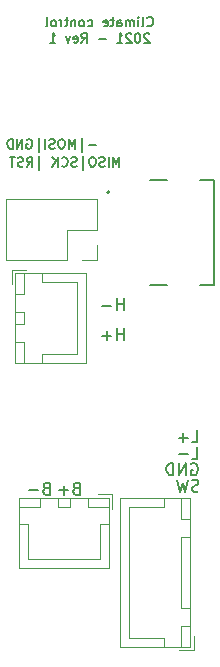
<source format=gbr>
%TF.GenerationSoftware,KiCad,Pcbnew,5.1.9-73d0e3b20d~88~ubuntu18.04.1*%
%TF.CreationDate,2021-02-25T17:56:51+01:00*%
%TF.ProjectId,climate_control,636c696d-6174-4655-9f63-6f6e74726f6c,rev?*%
%TF.SameCoordinates,Original*%
%TF.FileFunction,Legend,Bot*%
%TF.FilePolarity,Positive*%
%FSLAX46Y46*%
G04 Gerber Fmt 4.6, Leading zero omitted, Abs format (unit mm)*
G04 Created by KiCad (PCBNEW 5.1.9-73d0e3b20d~88~ubuntu18.04.1) date 2021-02-25 17:56:51*
%MOMM*%
%LPD*%
G01*
G04 APERTURE LIST*
%ADD10C,0.160000*%
%ADD11C,0.200000*%
%ADD12C,0.120000*%
%ADD13C,0.127000*%
G04 APERTURE END LIST*
D10*
X112750095Y-102856714D02*
X112788190Y-102894809D01*
X112902476Y-102932904D01*
X112978666Y-102932904D01*
X113092952Y-102894809D01*
X113169142Y-102818619D01*
X113207238Y-102742428D01*
X113245333Y-102590047D01*
X113245333Y-102475761D01*
X113207238Y-102323380D01*
X113169142Y-102247190D01*
X113092952Y-102171000D01*
X112978666Y-102132904D01*
X112902476Y-102132904D01*
X112788190Y-102171000D01*
X112750095Y-102209095D01*
X112292952Y-102932904D02*
X112369142Y-102894809D01*
X112407238Y-102818619D01*
X112407238Y-102132904D01*
X111988190Y-102932904D02*
X111988190Y-102399571D01*
X111988190Y-102132904D02*
X112026285Y-102171000D01*
X111988190Y-102209095D01*
X111950095Y-102171000D01*
X111988190Y-102132904D01*
X111988190Y-102209095D01*
X111607238Y-102932904D02*
X111607238Y-102399571D01*
X111607238Y-102475761D02*
X111569142Y-102437666D01*
X111492952Y-102399571D01*
X111378666Y-102399571D01*
X111302476Y-102437666D01*
X111264380Y-102513857D01*
X111264380Y-102932904D01*
X111264380Y-102513857D02*
X111226285Y-102437666D01*
X111150095Y-102399571D01*
X111035809Y-102399571D01*
X110959619Y-102437666D01*
X110921523Y-102513857D01*
X110921523Y-102932904D01*
X110197714Y-102932904D02*
X110197714Y-102513857D01*
X110235809Y-102437666D01*
X110312000Y-102399571D01*
X110464380Y-102399571D01*
X110540571Y-102437666D01*
X110197714Y-102894809D02*
X110273904Y-102932904D01*
X110464380Y-102932904D01*
X110540571Y-102894809D01*
X110578666Y-102818619D01*
X110578666Y-102742428D01*
X110540571Y-102666238D01*
X110464380Y-102628142D01*
X110273904Y-102628142D01*
X110197714Y-102590047D01*
X109931047Y-102399571D02*
X109626285Y-102399571D01*
X109816761Y-102132904D02*
X109816761Y-102818619D01*
X109778666Y-102894809D01*
X109702476Y-102932904D01*
X109626285Y-102932904D01*
X109054857Y-102894809D02*
X109131047Y-102932904D01*
X109283428Y-102932904D01*
X109359619Y-102894809D01*
X109397714Y-102818619D01*
X109397714Y-102513857D01*
X109359619Y-102437666D01*
X109283428Y-102399571D01*
X109131047Y-102399571D01*
X109054857Y-102437666D01*
X109016761Y-102513857D01*
X109016761Y-102590047D01*
X109397714Y-102666238D01*
X107721523Y-102894809D02*
X107797714Y-102932904D01*
X107950095Y-102932904D01*
X108026285Y-102894809D01*
X108064380Y-102856714D01*
X108102476Y-102780523D01*
X108102476Y-102551952D01*
X108064380Y-102475761D01*
X108026285Y-102437666D01*
X107950095Y-102399571D01*
X107797714Y-102399571D01*
X107721523Y-102437666D01*
X107264380Y-102932904D02*
X107340571Y-102894809D01*
X107378666Y-102856714D01*
X107416761Y-102780523D01*
X107416761Y-102551952D01*
X107378666Y-102475761D01*
X107340571Y-102437666D01*
X107264380Y-102399571D01*
X107150095Y-102399571D01*
X107073904Y-102437666D01*
X107035809Y-102475761D01*
X106997714Y-102551952D01*
X106997714Y-102780523D01*
X107035809Y-102856714D01*
X107073904Y-102894809D01*
X107150095Y-102932904D01*
X107264380Y-102932904D01*
X106654857Y-102399571D02*
X106654857Y-102932904D01*
X106654857Y-102475761D02*
X106616761Y-102437666D01*
X106540571Y-102399571D01*
X106426285Y-102399571D01*
X106350095Y-102437666D01*
X106312000Y-102513857D01*
X106312000Y-102932904D01*
X106045333Y-102399571D02*
X105740571Y-102399571D01*
X105931047Y-102132904D02*
X105931047Y-102818619D01*
X105892952Y-102894809D01*
X105816761Y-102932904D01*
X105740571Y-102932904D01*
X105473904Y-102932904D02*
X105473904Y-102399571D01*
X105473904Y-102551952D02*
X105435809Y-102475761D01*
X105397714Y-102437666D01*
X105321523Y-102399571D01*
X105245333Y-102399571D01*
X104864380Y-102932904D02*
X104940571Y-102894809D01*
X104978666Y-102856714D01*
X105016761Y-102780523D01*
X105016761Y-102551952D01*
X104978666Y-102475761D01*
X104940571Y-102437666D01*
X104864380Y-102399571D01*
X104750095Y-102399571D01*
X104673904Y-102437666D01*
X104635809Y-102475761D01*
X104597714Y-102551952D01*
X104597714Y-102780523D01*
X104635809Y-102856714D01*
X104673904Y-102894809D01*
X104750095Y-102932904D01*
X104864380Y-102932904D01*
X104140571Y-102932904D02*
X104216761Y-102894809D01*
X104254857Y-102818619D01*
X104254857Y-102132904D01*
X112921523Y-103569095D02*
X112883428Y-103531000D01*
X112807238Y-103492904D01*
X112616761Y-103492904D01*
X112540571Y-103531000D01*
X112502476Y-103569095D01*
X112464380Y-103645285D01*
X112464380Y-103721476D01*
X112502476Y-103835761D01*
X112959619Y-104292904D01*
X112464380Y-104292904D01*
X111969142Y-103492904D02*
X111892952Y-103492904D01*
X111816761Y-103531000D01*
X111778666Y-103569095D01*
X111740571Y-103645285D01*
X111702476Y-103797666D01*
X111702476Y-103988142D01*
X111740571Y-104140523D01*
X111778666Y-104216714D01*
X111816761Y-104254809D01*
X111892952Y-104292904D01*
X111969142Y-104292904D01*
X112045333Y-104254809D01*
X112083428Y-104216714D01*
X112121523Y-104140523D01*
X112159619Y-103988142D01*
X112159619Y-103797666D01*
X112121523Y-103645285D01*
X112083428Y-103569095D01*
X112045333Y-103531000D01*
X111969142Y-103492904D01*
X111397714Y-103569095D02*
X111359619Y-103531000D01*
X111283428Y-103492904D01*
X111092952Y-103492904D01*
X111016761Y-103531000D01*
X110978666Y-103569095D01*
X110940571Y-103645285D01*
X110940571Y-103721476D01*
X110978666Y-103835761D01*
X111435809Y-104292904D01*
X110940571Y-104292904D01*
X110178666Y-104292904D02*
X110635809Y-104292904D01*
X110407238Y-104292904D02*
X110407238Y-103492904D01*
X110483428Y-103607190D01*
X110559619Y-103683380D01*
X110635809Y-103721476D01*
X109226285Y-103988142D02*
X108616761Y-103988142D01*
X107169142Y-104292904D02*
X107435809Y-103911952D01*
X107626285Y-104292904D02*
X107626285Y-103492904D01*
X107321523Y-103492904D01*
X107245333Y-103531000D01*
X107207238Y-103569095D01*
X107169142Y-103645285D01*
X107169142Y-103759571D01*
X107207238Y-103835761D01*
X107245333Y-103873857D01*
X107321523Y-103911952D01*
X107626285Y-103911952D01*
X106521523Y-104254809D02*
X106597714Y-104292904D01*
X106750095Y-104292904D01*
X106826285Y-104254809D01*
X106864380Y-104178619D01*
X106864380Y-103873857D01*
X106826285Y-103797666D01*
X106750095Y-103759571D01*
X106597714Y-103759571D01*
X106521523Y-103797666D01*
X106483428Y-103873857D01*
X106483428Y-103950047D01*
X106864380Y-104026238D01*
X106216761Y-103759571D02*
X106026285Y-104292904D01*
X105835809Y-103759571D01*
X104502476Y-104292904D02*
X104959619Y-104292904D01*
X104731047Y-104292904D02*
X104731047Y-103492904D01*
X104807238Y-103607190D01*
X104883428Y-103683380D01*
X104959619Y-103721476D01*
X110381476Y-114788904D02*
X110381476Y-113988904D01*
X110114809Y-114560333D01*
X109848142Y-113988904D01*
X109848142Y-114788904D01*
X109467190Y-114788904D02*
X109467190Y-113988904D01*
X109124333Y-114750809D02*
X109010047Y-114788904D01*
X108819571Y-114788904D01*
X108743380Y-114750809D01*
X108705285Y-114712714D01*
X108667190Y-114636523D01*
X108667190Y-114560333D01*
X108705285Y-114484142D01*
X108743380Y-114446047D01*
X108819571Y-114407952D01*
X108971952Y-114369857D01*
X109048142Y-114331761D01*
X109086238Y-114293666D01*
X109124333Y-114217476D01*
X109124333Y-114141285D01*
X109086238Y-114065095D01*
X109048142Y-114027000D01*
X108971952Y-113988904D01*
X108781476Y-113988904D01*
X108667190Y-114027000D01*
X108171952Y-113988904D02*
X108019571Y-113988904D01*
X107943380Y-114027000D01*
X107867190Y-114103190D01*
X107829095Y-114255571D01*
X107829095Y-114522238D01*
X107867190Y-114674619D01*
X107943380Y-114750809D01*
X108019571Y-114788904D01*
X108171952Y-114788904D01*
X108248142Y-114750809D01*
X108324333Y-114674619D01*
X108362428Y-114522238D01*
X108362428Y-114255571D01*
X108324333Y-114103190D01*
X108248142Y-114027000D01*
X108171952Y-113988904D01*
X107295761Y-115055571D02*
X107295761Y-113912714D01*
X106762428Y-114750809D02*
X106648142Y-114788904D01*
X106457666Y-114788904D01*
X106381476Y-114750809D01*
X106343380Y-114712714D01*
X106305285Y-114636523D01*
X106305285Y-114560333D01*
X106343380Y-114484142D01*
X106381476Y-114446047D01*
X106457666Y-114407952D01*
X106610047Y-114369857D01*
X106686238Y-114331761D01*
X106724333Y-114293666D01*
X106762428Y-114217476D01*
X106762428Y-114141285D01*
X106724333Y-114065095D01*
X106686238Y-114027000D01*
X106610047Y-113988904D01*
X106419571Y-113988904D01*
X106305285Y-114027000D01*
X105505285Y-114712714D02*
X105543380Y-114750809D01*
X105657666Y-114788904D01*
X105733857Y-114788904D01*
X105848142Y-114750809D01*
X105924333Y-114674619D01*
X105962428Y-114598428D01*
X106000523Y-114446047D01*
X106000523Y-114331761D01*
X105962428Y-114179380D01*
X105924333Y-114103190D01*
X105848142Y-114027000D01*
X105733857Y-113988904D01*
X105657666Y-113988904D01*
X105543380Y-114027000D01*
X105505285Y-114065095D01*
X105162428Y-114788904D02*
X105162428Y-113988904D01*
X104705285Y-114788904D02*
X105048142Y-114331761D01*
X104705285Y-113988904D02*
X105162428Y-114446047D01*
X103562428Y-115055571D02*
X103562428Y-113912714D01*
X102533857Y-114788904D02*
X102800523Y-114407952D01*
X102990999Y-114788904D02*
X102990999Y-113988904D01*
X102686238Y-113988904D01*
X102610047Y-114027000D01*
X102571952Y-114065095D01*
X102533857Y-114141285D01*
X102533857Y-114255571D01*
X102571952Y-114331761D01*
X102610047Y-114369857D01*
X102686238Y-114407952D01*
X102990999Y-114407952D01*
X102229095Y-114750809D02*
X102114809Y-114788904D01*
X101924333Y-114788904D01*
X101848142Y-114750809D01*
X101810047Y-114712714D01*
X101771952Y-114636523D01*
X101771952Y-114560333D01*
X101810047Y-114484142D01*
X101848142Y-114446047D01*
X101924333Y-114407952D01*
X102076714Y-114369857D01*
X102152904Y-114331761D01*
X102190999Y-114293666D01*
X102229095Y-114217476D01*
X102229095Y-114141285D01*
X102190999Y-114065095D01*
X102152904Y-114027000D01*
X102076714Y-113988904D01*
X101886238Y-113988904D01*
X101771952Y-114027000D01*
X101543380Y-113988904D02*
X101086238Y-113988904D01*
X101314809Y-114788904D02*
X101314809Y-113988904D01*
X108381523Y-112960142D02*
X107772000Y-112960142D01*
X107200571Y-113531571D02*
X107200571Y-112388714D01*
X106629142Y-113264904D02*
X106629142Y-112464904D01*
X106362476Y-113036333D01*
X106095809Y-112464904D01*
X106095809Y-113264904D01*
X105562476Y-112464904D02*
X105410095Y-112464904D01*
X105333904Y-112503000D01*
X105257714Y-112579190D01*
X105219619Y-112731571D01*
X105219619Y-112998238D01*
X105257714Y-113150619D01*
X105333904Y-113226809D01*
X105410095Y-113264904D01*
X105562476Y-113264904D01*
X105638666Y-113226809D01*
X105714857Y-113150619D01*
X105752952Y-112998238D01*
X105752952Y-112731571D01*
X105714857Y-112579190D01*
X105638666Y-112503000D01*
X105562476Y-112464904D01*
X104914857Y-113226809D02*
X104800571Y-113264904D01*
X104610095Y-113264904D01*
X104533904Y-113226809D01*
X104495809Y-113188714D01*
X104457714Y-113112523D01*
X104457714Y-113036333D01*
X104495809Y-112960142D01*
X104533904Y-112922047D01*
X104610095Y-112883952D01*
X104762476Y-112845857D01*
X104838666Y-112807761D01*
X104876761Y-112769666D01*
X104914857Y-112693476D01*
X104914857Y-112617285D01*
X104876761Y-112541095D01*
X104838666Y-112503000D01*
X104762476Y-112464904D01*
X104572000Y-112464904D01*
X104457714Y-112503000D01*
X104114857Y-113264904D02*
X104114857Y-112464904D01*
X103543428Y-113531571D02*
X103543428Y-112388714D01*
X102552952Y-112503000D02*
X102629142Y-112464904D01*
X102743428Y-112464904D01*
X102857714Y-112503000D01*
X102933904Y-112579190D01*
X102972000Y-112655380D01*
X103010095Y-112807761D01*
X103010095Y-112922047D01*
X102972000Y-113074428D01*
X102933904Y-113150619D01*
X102857714Y-113226809D01*
X102743428Y-113264904D01*
X102667238Y-113264904D01*
X102552952Y-113226809D01*
X102514857Y-113188714D01*
X102514857Y-112922047D01*
X102667238Y-112922047D01*
X102172000Y-113264904D02*
X102172000Y-112464904D01*
X101714857Y-113264904D01*
X101714857Y-112464904D01*
X101333904Y-113264904D02*
X101333904Y-112464904D01*
X101143428Y-112464904D01*
X101029142Y-112503000D01*
X100952952Y-112579190D01*
X100914857Y-112655380D01*
X100876761Y-112807761D01*
X100876761Y-112922047D01*
X100914857Y-113074428D01*
X100952952Y-113150619D01*
X101029142Y-113226809D01*
X101143428Y-113264904D01*
X101333904Y-113264904D01*
D11*
X110759761Y-126944380D02*
X110759761Y-125944380D01*
X110759761Y-126420571D02*
X110188333Y-126420571D01*
X110188333Y-126944380D02*
X110188333Y-125944380D01*
X109712142Y-126563428D02*
X108950238Y-126563428D01*
X110759761Y-129484380D02*
X110759761Y-128484380D01*
X110759761Y-128960571D02*
X110188333Y-128960571D01*
X110188333Y-129484380D02*
X110188333Y-128484380D01*
X109712142Y-129103428D02*
X108950238Y-129103428D01*
X109331190Y-129484380D02*
X109331190Y-128722476D01*
X117062142Y-142263761D02*
X116919285Y-142311380D01*
X116681190Y-142311380D01*
X116585952Y-142263761D01*
X116538333Y-142216142D01*
X116490714Y-142120904D01*
X116490714Y-142025666D01*
X116538333Y-141930428D01*
X116585952Y-141882809D01*
X116681190Y-141835190D01*
X116871666Y-141787571D01*
X116966904Y-141739952D01*
X117014523Y-141692333D01*
X117062142Y-141597095D01*
X117062142Y-141501857D01*
X117014523Y-141406619D01*
X116966904Y-141359000D01*
X116871666Y-141311380D01*
X116633571Y-141311380D01*
X116490714Y-141359000D01*
X116157380Y-141311380D02*
X115919285Y-142311380D01*
X115728809Y-141597095D01*
X115538333Y-142311380D01*
X115300238Y-141311380D01*
X116458904Y-139962000D02*
X116554142Y-139914380D01*
X116697000Y-139914380D01*
X116839857Y-139962000D01*
X116935095Y-140057238D01*
X116982714Y-140152476D01*
X117030333Y-140342952D01*
X117030333Y-140485809D01*
X116982714Y-140676285D01*
X116935095Y-140771523D01*
X116839857Y-140866761D01*
X116697000Y-140914380D01*
X116601761Y-140914380D01*
X116458904Y-140866761D01*
X116411285Y-140819142D01*
X116411285Y-140485809D01*
X116601761Y-140485809D01*
X115982714Y-140914380D02*
X115982714Y-139914380D01*
X115411285Y-140914380D01*
X115411285Y-139914380D01*
X114935095Y-140914380D02*
X114935095Y-139914380D01*
X114697000Y-139914380D01*
X114554142Y-139962000D01*
X114458904Y-140057238D01*
X114411285Y-140152476D01*
X114363666Y-140342952D01*
X114363666Y-140485809D01*
X114411285Y-140676285D01*
X114458904Y-140771523D01*
X114554142Y-140866761D01*
X114697000Y-140914380D01*
X114935095Y-140914380D01*
X116514523Y-138120380D02*
X116990714Y-138120380D01*
X116990714Y-137120380D01*
X116181190Y-137739428D02*
X115419285Y-137739428D01*
X115800238Y-138120380D02*
X115800238Y-137358476D01*
X116514523Y-139517380D02*
X116990714Y-139517380D01*
X116990714Y-138517380D01*
X116181190Y-139136428D02*
X115419285Y-139136428D01*
X104179619Y-142041571D02*
X104036761Y-142089190D01*
X103989142Y-142136809D01*
X103941523Y-142232047D01*
X103941523Y-142374904D01*
X103989142Y-142470142D01*
X104036761Y-142517761D01*
X104132000Y-142565380D01*
X104512952Y-142565380D01*
X104512952Y-141565380D01*
X104179619Y-141565380D01*
X104084380Y-141613000D01*
X104036761Y-141660619D01*
X103989142Y-141755857D01*
X103989142Y-141851095D01*
X104036761Y-141946333D01*
X104084380Y-141993952D01*
X104179619Y-142041571D01*
X104512952Y-142041571D01*
X103512952Y-142184428D02*
X102751047Y-142184428D01*
X106719619Y-142041571D02*
X106576761Y-142089190D01*
X106529142Y-142136809D01*
X106481523Y-142232047D01*
X106481523Y-142374904D01*
X106529142Y-142470142D01*
X106576761Y-142517761D01*
X106672000Y-142565380D01*
X107052952Y-142565380D01*
X107052952Y-141565380D01*
X106719619Y-141565380D01*
X106624380Y-141613000D01*
X106576761Y-141660619D01*
X106529142Y-141755857D01*
X106529142Y-141851095D01*
X106576761Y-141946333D01*
X106624380Y-141993952D01*
X106719619Y-142041571D01*
X107052952Y-142041571D01*
X106052952Y-142184428D02*
X105291047Y-142184428D01*
X105672000Y-142565380D02*
X105672000Y-141803476D01*
D12*
%TO.C,J1*%
X116379000Y-155468000D02*
X110409000Y-155468000D01*
X110409000Y-155468000D02*
X110409000Y-142848000D01*
X110409000Y-142848000D02*
X116379000Y-142848000D01*
X116379000Y-142848000D02*
X116379000Y-155468000D01*
X116369000Y-152158000D02*
X115619000Y-152158000D01*
X115619000Y-152158000D02*
X115619000Y-146158000D01*
X115619000Y-146158000D02*
X116369000Y-146158000D01*
X116369000Y-146158000D02*
X116369000Y-152158000D01*
X116369000Y-155458000D02*
X115619000Y-155458000D01*
X115619000Y-155458000D02*
X115619000Y-153658000D01*
X115619000Y-153658000D02*
X116369000Y-153658000D01*
X116369000Y-153658000D02*
X116369000Y-155458000D01*
X116369000Y-144658000D02*
X115619000Y-144658000D01*
X115619000Y-144658000D02*
X115619000Y-142858000D01*
X115619000Y-142858000D02*
X116369000Y-142858000D01*
X116369000Y-142858000D02*
X116369000Y-144658000D01*
X114119000Y-155458000D02*
X114119000Y-154708000D01*
X114119000Y-154708000D02*
X111169000Y-154708000D01*
X111169000Y-154708000D02*
X111169000Y-149158000D01*
X114119000Y-142858000D02*
X114119000Y-143608000D01*
X114119000Y-143608000D02*
X111169000Y-143608000D01*
X111169000Y-143608000D02*
X111169000Y-149158000D01*
X116669000Y-154508000D02*
X116669000Y-155758000D01*
X116669000Y-155758000D02*
X115419000Y-155758000D01*
%TO.C,J2*%
X109784000Y-142538000D02*
X109784000Y-143788000D01*
X108534000Y-142538000D02*
X109784000Y-142538000D01*
X102634000Y-148038000D02*
X105684000Y-148038000D01*
X102634000Y-145088000D02*
X102634000Y-148038000D01*
X101884000Y-145088000D02*
X102634000Y-145088000D01*
X108734000Y-148038000D02*
X105684000Y-148038000D01*
X108734000Y-145088000D02*
X108734000Y-148038000D01*
X109484000Y-145088000D02*
X108734000Y-145088000D01*
X101884000Y-142838000D02*
X103684000Y-142838000D01*
X101884000Y-143588000D02*
X101884000Y-142838000D01*
X103684000Y-143588000D02*
X101884000Y-143588000D01*
X103684000Y-142838000D02*
X103684000Y-143588000D01*
X107684000Y-142838000D02*
X109484000Y-142838000D01*
X107684000Y-143588000D02*
X107684000Y-142838000D01*
X109484000Y-143588000D02*
X107684000Y-143588000D01*
X109484000Y-142838000D02*
X109484000Y-143588000D01*
X105184000Y-142838000D02*
X106184000Y-142838000D01*
X105184000Y-143588000D02*
X105184000Y-142838000D01*
X106184000Y-143588000D02*
X105184000Y-143588000D01*
X106184000Y-142838000D02*
X106184000Y-143588000D01*
X101874000Y-142828000D02*
X109494000Y-142828000D01*
X101874000Y-148798000D02*
X101874000Y-142828000D01*
X109494000Y-148798000D02*
X101874000Y-148798000D01*
X109494000Y-142828000D02*
X109494000Y-148798000D01*
%TO.C,J4*%
X101553000Y-123805000D02*
X107523000Y-123805000D01*
X107523000Y-123805000D02*
X107523000Y-131425000D01*
X107523000Y-131425000D02*
X101553000Y-131425000D01*
X101553000Y-131425000D02*
X101553000Y-123805000D01*
X101563000Y-127115000D02*
X102313000Y-127115000D01*
X102313000Y-127115000D02*
X102313000Y-128115000D01*
X102313000Y-128115000D02*
X101563000Y-128115000D01*
X101563000Y-128115000D02*
X101563000Y-127115000D01*
X101563000Y-123815000D02*
X102313000Y-123815000D01*
X102313000Y-123815000D02*
X102313000Y-125615000D01*
X102313000Y-125615000D02*
X101563000Y-125615000D01*
X101563000Y-125615000D02*
X101563000Y-123815000D01*
X101563000Y-129615000D02*
X102313000Y-129615000D01*
X102313000Y-129615000D02*
X102313000Y-131415000D01*
X102313000Y-131415000D02*
X101563000Y-131415000D01*
X101563000Y-131415000D02*
X101563000Y-129615000D01*
X103813000Y-123815000D02*
X103813000Y-124565000D01*
X103813000Y-124565000D02*
X106763000Y-124565000D01*
X106763000Y-124565000D02*
X106763000Y-127615000D01*
X103813000Y-131415000D02*
X103813000Y-130665000D01*
X103813000Y-130665000D02*
X106763000Y-130665000D01*
X106763000Y-130665000D02*
X106763000Y-127615000D01*
X101263000Y-124765000D02*
X101263000Y-123515000D01*
X101263000Y-123515000D02*
X102513000Y-123515000D01*
D13*
%TO.C,J3*%
X113014000Y-115894000D02*
X114454000Y-115894000D01*
X113014000Y-124834000D02*
X114454000Y-124834000D01*
X117194000Y-124834000D02*
X118424000Y-124834000D01*
X118424000Y-124834000D02*
X118424000Y-115894000D01*
X118424000Y-115894000D02*
X117194000Y-115894000D01*
D11*
X109524000Y-116964000D02*
G75*
G03*
X109524000Y-116964000I-100000J0D01*
G01*
D12*
%TO.C,J5*%
X108518000Y-122742000D02*
X108518000Y-121412000D01*
X107188000Y-122742000D02*
X108518000Y-122742000D01*
X108518000Y-120142000D02*
X108518000Y-117542000D01*
X105918000Y-120142000D02*
X108518000Y-120142000D01*
X105918000Y-122742000D02*
X105918000Y-120142000D01*
X108518000Y-117542000D02*
X100778000Y-117542000D01*
X105918000Y-122742000D02*
X100778000Y-122742000D01*
X100778000Y-122742000D02*
X100778000Y-117542000D01*
%TD*%
M02*

</source>
